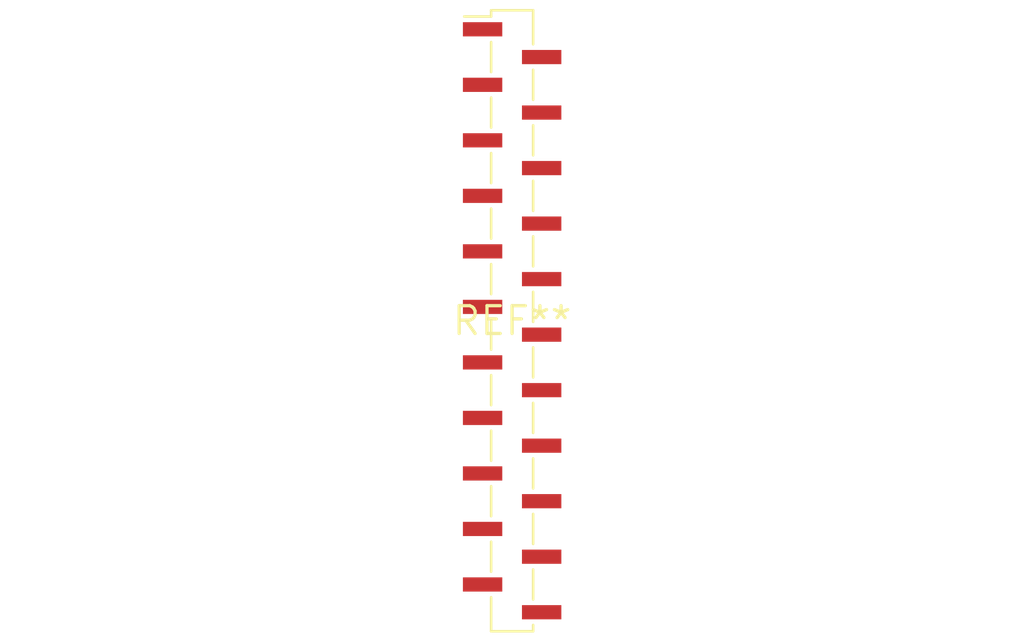
<source format=kicad_pcb>
(kicad_pcb (version 20240108) (generator pcbnew)
  (layers (0 "F.Cu" signal) (31 "B.Cu" signal) (34 "B.Paste" user) (35 "F.Paste" user) (36 "B.SilkS" user "B.Silkscreen") (37 "F.SilkS" user "F.Silkscreen") (38 "B.Mask" user) (39 "F.Mask" user) (44 "Edge.Cuts" user))
  (net 0 "")
  (footprint "PinSocket_1x22_P1.27mm_Vertical_SMD_Pin1Left" (layer "F.Cu") (at 0 0)
    (property "Reference" "REF**")
    (property "Value" "PinSocket_1x22_P1.27mm_Vertical_SMD_Pin1Left")
    (fp_line (start -2.19 -13.92) (end -0.96 -13.92) (layer "F.SilkS") (stroke (width 0.12)))
    (fp_line (start -0.96 -14.205) (end -0.96 -13.92) (layer "F.SilkS") (stroke (width 0.12)))
    (fp_line (start -0.96 -14.205) (end 0.96 -14.205) (layer "F.SilkS") (stroke (width 0.12)))
    (fp_line (start -0.96 -12.75) (end -0.96 -11.38) (layer "F.SilkS") (stroke (width 0.12)))
    (fp_line (start -0.96 -10.21) (end -0.96 -8.84) (layer "F.SilkS") (stroke (width 0.12)))
    (fp_line (start -0.96 -7.67) (end -0.96 -6.3) (layer "F.SilkS") (stroke (width 0.12)))
    (fp_line (start -0.96 -5.13) (end -0.96 -3.76) (layer "F.SilkS") (stroke (width 0.12)))
    (fp_line (start -0.96 -2.59) (end -0.96 -1.22) (layer "F.SilkS") (stroke (width 0.12)))
    (fp_line (start -0.96 -0.05) (end -0.96 1.32) (layer "F.SilkS") (stroke (width 0.12)))
    (fp_line (start -0.96 2.49) (end -0.96 3.86) (layer "F.SilkS") (stroke (width 0.12)))
    (fp_line (start -0.96 5.03) (end -0.96 6.4) (layer "F.SilkS") (stroke (width 0.12)))
    (fp_line (start -0.96 7.57) (end -0.96 8.94) (layer "F.SilkS") (stroke (width 0.12)))
    (fp_line (start -0.96 10.11) (end -0.96 11.48) (layer "F.SilkS") (stroke (width 0.12)))
    (fp_line (start -0.96 12.65) (end -0.96 14.205) (layer "F.SilkS") (stroke (width 0.12)))
    (fp_line (start -0.96 14.205) (end 0.96 14.205) (layer "F.SilkS") (stroke (width 0.12)))
    (fp_line (start 0.96 -14.205) (end 0.96 -12.65) (layer "F.SilkS") (stroke (width 0.12)))
    (fp_line (start 0.96 -11.48) (end 0.96 -10.11) (layer "F.SilkS") (stroke (width 0.12)))
    (fp_line (start 0.96 -8.94) (end 0.96 -7.57) (layer "F.SilkS") (stroke (width 0.12)))
    (fp_line (start 0.96 -6.4) (end 0.96 -5.03) (layer "F.SilkS") (stroke (width 0.12)))
    (fp_line (start 0.96 -3.86) (end 0.96 -2.49) (layer "F.SilkS") (stroke (width 0.12)))
    (fp_line (start 0.96 -1.32) (end 0.96 0.05) (layer "F.SilkS") (stroke (width 0.12)))
    (fp_line (start 0.96 1.22) (end 0.96 2.59) (layer "F.SilkS") (stroke (width 0.12)))
    (fp_line (start 0.96 3.76) (end 0.96 5.13) (layer "F.SilkS") (stroke (width 0.12)))
    (fp_line (start 0.96 6.3) (end 0.96 7.67) (layer "F.SilkS") (stroke (width 0.12)))
    (fp_line (start 0.96 8.84) (end 0.96 10.21) (layer "F.SilkS") (stroke (width 0.12)))
    (fp_line (start 0.96 11.38) (end 0.96 12.75) (layer "F.SilkS") (stroke (width 0.12)))
    (fp_line (start 0.96 13.92) (end 0.96 14.205) (layer "F.SilkS") (stroke (width 0.12)))
    (pad "1" smd rect (at -1.35 -13.335) (size 1.8 0.65) (layers "F.Cu" "F.Paste" "F.Mask"))
    (pad "2" smd rect (at 1.35 -12.065) (size 1.8 0.65) (layers "F.Cu" "F.Paste" "F.Mask"))
    (pad "3" smd rect (at -1.35 -10.795) (size 1.8 0.65) (layers "F.Cu" "F.Paste" "F.Mask"))
    (pad "4" smd rect (at 1.35 -9.525) (size 1.8 0.65) (layers "F.Cu" "F.Paste" "F.Mask"))
    (pad "5" smd rect (at -1.35 -8.255) (size 1.8 0.65) (layers "F.Cu" "F.Paste" "F.Mask"))
    (pad "6" smd rect (at 1.35 -6.985) (size 1.8 0.65) (layers "F.Cu" "F.Paste" "F.Mask"))
    (pad "7" smd rect (at -1.35 -5.715) (size 1.8 0.65) (layers "F.Cu" "F.Paste" "F.Mask"))
    (pad "8" smd rect (at 1.35 -4.445) (size 1.8 0.65) (layers "F.Cu" "F.Paste" "F.Mask"))
    (pad "9" smd rect (at -1.35 -3.175) (size 1.8 0.65) (layers "F.Cu" "F.Paste" "F.Mask"))
    (pad "10" smd rect (at 1.35 -1.905) (size 1.8 0.65) (layers "F.Cu" "F.Paste" "F.Mask"))
    (pad "11" smd rect (at -1.35 -0.635) (size 1.8 0.65) (layers "F.Cu" "F.Paste" "F.Mask"))
    (pad "12" smd rect (at 1.35 0.635) (size 1.8 0.65) (layers "F.Cu" "F.Paste" "F.Mask"))
    (pad "13" smd rect (at -1.35 1.905) (size 1.8 0.65) (layers "F.Cu" "F.Paste" "F.Mask"))
    (pad "14" smd rect (at 1.35 3.175) (size 1.8 0.65) (layers "F.Cu" "F.Paste" "F.Mask"))
    (pad "15" smd rect (at -1.35 4.445) (size 1.8 0.65) (layers "F.Cu" "F.Paste" "F.Mask"))
    (pad "16" smd rect (at 1.35 5.715) (size 1.8 0.65) (layers "F.Cu" "F.Paste" "F.Mask"))
    (pad "17" smd rect (at -1.35 6.985) (size 1.8 0.65) (layers "F.Cu" "F.Paste" "F.Mask"))
    (pad "18" smd rect (at 1.35 8.255) (size 1.8 0.65) (layers "F.Cu" "F.Paste" "F.Mask"))
    (pad "19" smd rect (at -1.35 9.525) (size 1.8 0.65) (layers "F.Cu" "F.Paste" "F.Mask"))
    (pad "20" smd rect (at 1.35 10.795) (size 1.8 0.65) (layers "F.Cu" "F.Paste" "F.Mask"))
    (pad "21" smd rect (at -1.35 12.065) (size 1.8 0.65) (layers "F.Cu" "F.Paste" "F.Mask"))
    (pad "22" smd rect (at 1.35 13.335) (size 1.8 0.65) (layers "F.Cu" "F.Paste" "F.Mask"))
  )
)
</source>
